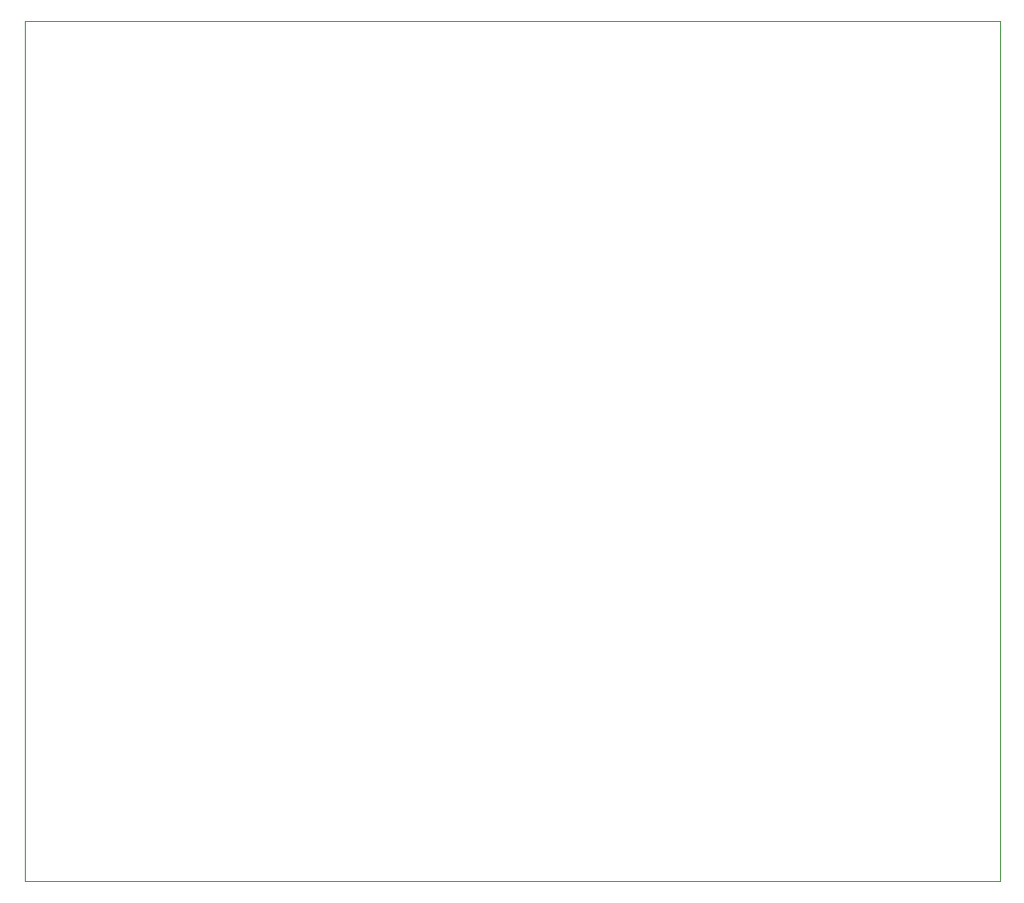
<source format=gbr>
G04 #@! TF.GenerationSoftware,KiCad,Pcbnew,5.1.7-a382d34a8~88~ubuntu18.04.1*
G04 #@! TF.CreationDate,2021-02-25T09:38:48-05:00*
G04 #@! TF.ProjectId,Dash_Left,44617368-5f4c-4656-9674-2e6b69636164,rev?*
G04 #@! TF.SameCoordinates,Original*
G04 #@! TF.FileFunction,Profile,NP*
%FSLAX46Y46*%
G04 Gerber Fmt 4.6, Leading zero omitted, Abs format (unit mm)*
G04 Created by KiCad (PCBNEW 5.1.7-a382d34a8~88~ubuntu18.04.1) date 2021-02-25 09:38:48*
%MOMM*%
%LPD*%
G01*
G04 APERTURE LIST*
G04 #@! TA.AperFunction,Profile*
%ADD10C,0.050000*%
G04 #@! TD*
G04 APERTURE END LIST*
D10*
X194310000Y-116840000D02*
X194310000Y-113665000D01*
X107950000Y-116840000D02*
X194310000Y-116840000D01*
X107950000Y-40640000D02*
X107950000Y-116840000D01*
X194310000Y-40640000D02*
X107950000Y-40640000D01*
X194310000Y-40640000D02*
X194310000Y-113665000D01*
M02*

</source>
